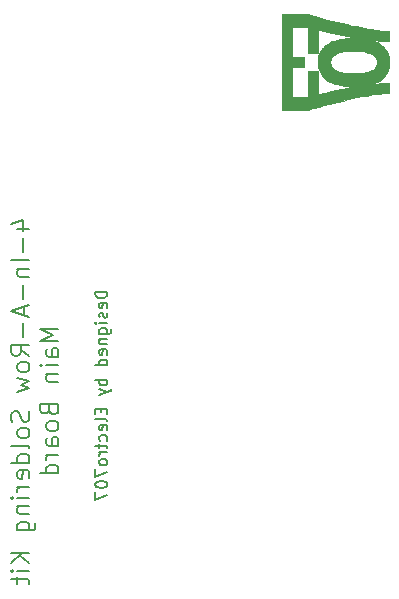
<source format=gbr>
G04 #@! TF.GenerationSoftware,KiCad,Pcbnew,(5.99.0-9618-g5ca7a2c457)*
G04 #@! TF.CreationDate,2021-03-10T23:01:37-05:00*
G04 #@! TF.ProjectId,PCB,5043422e-6b69-4636-9164-5f7063625858,rev?*
G04 #@! TF.SameCoordinates,Original*
G04 #@! TF.FileFunction,Legend,Bot*
G04 #@! TF.FilePolarity,Positive*
%FSLAX46Y46*%
G04 Gerber Fmt 4.6, Leading zero omitted, Abs format (unit mm)*
G04 Created by KiCad (PCBNEW (5.99.0-9618-g5ca7a2c457)) date 2021-03-10 23:01:37*
%MOMM*%
%LPD*%
G01*
G04 APERTURE LIST*
%ADD10C,0.150000*%
%ADD11C,0.190500*%
%ADD12C,0.010000*%
G04 APERTURE END LIST*
D10*
X136850380Y-107062095D02*
X135850380Y-107062095D01*
X135850380Y-107300190D01*
X135898000Y-107443047D01*
X135993238Y-107538285D01*
X136088476Y-107585904D01*
X136278952Y-107633523D01*
X136421809Y-107633523D01*
X136612285Y-107585904D01*
X136707523Y-107538285D01*
X136802761Y-107443047D01*
X136850380Y-107300190D01*
X136850380Y-107062095D01*
X136802761Y-108443047D02*
X136850380Y-108347809D01*
X136850380Y-108157333D01*
X136802761Y-108062095D01*
X136707523Y-108014476D01*
X136326571Y-108014476D01*
X136231333Y-108062095D01*
X136183714Y-108157333D01*
X136183714Y-108347809D01*
X136231333Y-108443047D01*
X136326571Y-108490666D01*
X136421809Y-108490666D01*
X136517047Y-108014476D01*
X136802761Y-108871619D02*
X136850380Y-108966857D01*
X136850380Y-109157333D01*
X136802761Y-109252571D01*
X136707523Y-109300190D01*
X136659904Y-109300190D01*
X136564666Y-109252571D01*
X136517047Y-109157333D01*
X136517047Y-109014476D01*
X136469428Y-108919238D01*
X136374190Y-108871619D01*
X136326571Y-108871619D01*
X136231333Y-108919238D01*
X136183714Y-109014476D01*
X136183714Y-109157333D01*
X136231333Y-109252571D01*
X136850380Y-109728761D02*
X136183714Y-109728761D01*
X135850380Y-109728761D02*
X135898000Y-109681142D01*
X135945619Y-109728761D01*
X135898000Y-109776380D01*
X135850380Y-109728761D01*
X135945619Y-109728761D01*
X136183714Y-110633523D02*
X136993238Y-110633523D01*
X137088476Y-110585904D01*
X137136095Y-110538285D01*
X137183714Y-110443047D01*
X137183714Y-110300190D01*
X137136095Y-110204952D01*
X136802761Y-110633523D02*
X136850380Y-110538285D01*
X136850380Y-110347809D01*
X136802761Y-110252571D01*
X136755142Y-110204952D01*
X136659904Y-110157333D01*
X136374190Y-110157333D01*
X136278952Y-110204952D01*
X136231333Y-110252571D01*
X136183714Y-110347809D01*
X136183714Y-110538285D01*
X136231333Y-110633523D01*
X136183714Y-111109714D02*
X136850380Y-111109714D01*
X136278952Y-111109714D02*
X136231333Y-111157333D01*
X136183714Y-111252571D01*
X136183714Y-111395428D01*
X136231333Y-111490666D01*
X136326571Y-111538285D01*
X136850380Y-111538285D01*
X136802761Y-112395428D02*
X136850380Y-112300190D01*
X136850380Y-112109714D01*
X136802761Y-112014476D01*
X136707523Y-111966857D01*
X136326571Y-111966857D01*
X136231333Y-112014476D01*
X136183714Y-112109714D01*
X136183714Y-112300190D01*
X136231333Y-112395428D01*
X136326571Y-112443047D01*
X136421809Y-112443047D01*
X136517047Y-111966857D01*
X136850380Y-113300190D02*
X135850380Y-113300190D01*
X136802761Y-113300190D02*
X136850380Y-113204952D01*
X136850380Y-113014476D01*
X136802761Y-112919238D01*
X136755142Y-112871619D01*
X136659904Y-112824000D01*
X136374190Y-112824000D01*
X136278952Y-112871619D01*
X136231333Y-112919238D01*
X136183714Y-113014476D01*
X136183714Y-113204952D01*
X136231333Y-113300190D01*
X136850380Y-114538285D02*
X135850380Y-114538285D01*
X136231333Y-114538285D02*
X136183714Y-114633523D01*
X136183714Y-114824000D01*
X136231333Y-114919238D01*
X136278952Y-114966857D01*
X136374190Y-115014476D01*
X136659904Y-115014476D01*
X136755142Y-114966857D01*
X136802761Y-114919238D01*
X136850380Y-114824000D01*
X136850380Y-114633523D01*
X136802761Y-114538285D01*
X136183714Y-115347809D02*
X136850380Y-115585904D01*
X136183714Y-115824000D02*
X136850380Y-115585904D01*
X137088476Y-115490666D01*
X137136095Y-115443047D01*
X137183714Y-115347809D01*
X136326571Y-116966857D02*
X136326571Y-117300190D01*
X136850380Y-117443047D02*
X136850380Y-116966857D01*
X135850380Y-116966857D01*
X135850380Y-117443047D01*
X136850380Y-118014476D02*
X136802761Y-117919238D01*
X136707523Y-117871619D01*
X135850380Y-117871619D01*
X136802761Y-118776380D02*
X136850380Y-118681142D01*
X136850380Y-118490666D01*
X136802761Y-118395428D01*
X136707523Y-118347809D01*
X136326571Y-118347809D01*
X136231333Y-118395428D01*
X136183714Y-118490666D01*
X136183714Y-118681142D01*
X136231333Y-118776380D01*
X136326571Y-118824000D01*
X136421809Y-118824000D01*
X136517047Y-118347809D01*
X136802761Y-119681142D02*
X136850380Y-119585904D01*
X136850380Y-119395428D01*
X136802761Y-119300190D01*
X136755142Y-119252571D01*
X136659904Y-119204952D01*
X136374190Y-119204952D01*
X136278952Y-119252571D01*
X136231333Y-119300190D01*
X136183714Y-119395428D01*
X136183714Y-119585904D01*
X136231333Y-119681142D01*
X136183714Y-119966857D02*
X136183714Y-120347809D01*
X135850380Y-120109714D02*
X136707523Y-120109714D01*
X136802761Y-120157333D01*
X136850380Y-120252571D01*
X136850380Y-120347809D01*
X136850380Y-120681142D02*
X136183714Y-120681142D01*
X136374190Y-120681142D02*
X136278952Y-120728761D01*
X136231333Y-120776380D01*
X136183714Y-120871619D01*
X136183714Y-120966857D01*
X136850380Y-121443047D02*
X136802761Y-121347809D01*
X136755142Y-121300190D01*
X136659904Y-121252571D01*
X136374190Y-121252571D01*
X136278952Y-121300190D01*
X136231333Y-121347809D01*
X136183714Y-121443047D01*
X136183714Y-121585904D01*
X136231333Y-121681142D01*
X136278952Y-121728761D01*
X136374190Y-121776380D01*
X136659904Y-121776380D01*
X136755142Y-121728761D01*
X136802761Y-121681142D01*
X136850380Y-121585904D01*
X136850380Y-121443047D01*
X135850380Y-122109714D02*
X135850380Y-122776380D01*
X136850380Y-122347809D01*
X135850380Y-123347809D02*
X135850380Y-123443047D01*
X135898000Y-123538285D01*
X135945619Y-123585904D01*
X136040857Y-123633523D01*
X136231333Y-123681142D01*
X136469428Y-123681142D01*
X136659904Y-123633523D01*
X136755142Y-123585904D01*
X136802761Y-123538285D01*
X136850380Y-123443047D01*
X136850380Y-123347809D01*
X136802761Y-123252571D01*
X136755142Y-123204952D01*
X136659904Y-123157333D01*
X136469428Y-123109714D01*
X136231333Y-123109714D01*
X136040857Y-123157333D01*
X135945619Y-123204952D01*
X135898000Y-123252571D01*
X135850380Y-123347809D01*
X135850380Y-124014476D02*
X135850380Y-124681142D01*
X136850380Y-124252571D01*
D11*
X129256608Y-101745142D02*
X130272608Y-101745142D01*
X128676037Y-101382285D02*
X129764608Y-101019428D01*
X129764608Y-101962857D01*
X129692037Y-102543428D02*
X129692037Y-103704571D01*
X130272608Y-104430285D02*
X128748608Y-104430285D01*
X129256608Y-105156000D02*
X130272608Y-105156000D01*
X129401751Y-105156000D02*
X129329180Y-105228571D01*
X129256608Y-105373714D01*
X129256608Y-105591428D01*
X129329180Y-105736571D01*
X129474322Y-105809142D01*
X130272608Y-105809142D01*
X129692037Y-106534857D02*
X129692037Y-107696000D01*
X129837180Y-108349142D02*
X129837180Y-109074857D01*
X130272608Y-108204000D02*
X128748608Y-108712000D01*
X130272608Y-109220000D01*
X129692037Y-109728000D02*
X129692037Y-110889142D01*
X130272608Y-112485714D02*
X129546894Y-111977714D01*
X130272608Y-111614857D02*
X128748608Y-111614857D01*
X128748608Y-112195428D01*
X128821180Y-112340571D01*
X128893751Y-112413142D01*
X129038894Y-112485714D01*
X129256608Y-112485714D01*
X129401751Y-112413142D01*
X129474322Y-112340571D01*
X129546894Y-112195428D01*
X129546894Y-111614857D01*
X130272608Y-113356571D02*
X130200037Y-113211428D01*
X130127465Y-113138857D01*
X129982322Y-113066285D01*
X129546894Y-113066285D01*
X129401751Y-113138857D01*
X129329180Y-113211428D01*
X129256608Y-113356571D01*
X129256608Y-113574285D01*
X129329180Y-113719428D01*
X129401751Y-113792000D01*
X129546894Y-113864571D01*
X129982322Y-113864571D01*
X130127465Y-113792000D01*
X130200037Y-113719428D01*
X130272608Y-113574285D01*
X130272608Y-113356571D01*
X129256608Y-114372571D02*
X130272608Y-114662857D01*
X129546894Y-114953142D01*
X130272608Y-115243428D01*
X129256608Y-115533714D01*
X130200037Y-117202857D02*
X130272608Y-117420571D01*
X130272608Y-117783428D01*
X130200037Y-117928571D01*
X130127465Y-118001142D01*
X129982322Y-118073714D01*
X129837180Y-118073714D01*
X129692037Y-118001142D01*
X129619465Y-117928571D01*
X129546894Y-117783428D01*
X129474322Y-117493142D01*
X129401751Y-117348000D01*
X129329180Y-117275428D01*
X129184037Y-117202857D01*
X129038894Y-117202857D01*
X128893751Y-117275428D01*
X128821180Y-117348000D01*
X128748608Y-117493142D01*
X128748608Y-117856000D01*
X128821180Y-118073714D01*
X130272608Y-118944571D02*
X130200037Y-118799428D01*
X130127465Y-118726857D01*
X129982322Y-118654285D01*
X129546894Y-118654285D01*
X129401751Y-118726857D01*
X129329180Y-118799428D01*
X129256608Y-118944571D01*
X129256608Y-119162285D01*
X129329180Y-119307428D01*
X129401751Y-119380000D01*
X129546894Y-119452571D01*
X129982322Y-119452571D01*
X130127465Y-119380000D01*
X130200037Y-119307428D01*
X130272608Y-119162285D01*
X130272608Y-118944571D01*
X130272608Y-120323428D02*
X130200037Y-120178285D01*
X130054894Y-120105714D01*
X128748608Y-120105714D01*
X130272608Y-121557142D02*
X128748608Y-121557142D01*
X130200037Y-121557142D02*
X130272608Y-121412000D01*
X130272608Y-121121714D01*
X130200037Y-120976571D01*
X130127465Y-120904000D01*
X129982322Y-120831428D01*
X129546894Y-120831428D01*
X129401751Y-120904000D01*
X129329180Y-120976571D01*
X129256608Y-121121714D01*
X129256608Y-121412000D01*
X129329180Y-121557142D01*
X130200037Y-122863428D02*
X130272608Y-122718285D01*
X130272608Y-122428000D01*
X130200037Y-122282857D01*
X130054894Y-122210285D01*
X129474322Y-122210285D01*
X129329180Y-122282857D01*
X129256608Y-122428000D01*
X129256608Y-122718285D01*
X129329180Y-122863428D01*
X129474322Y-122936000D01*
X129619465Y-122936000D01*
X129764608Y-122210285D01*
X130272608Y-123589142D02*
X129256608Y-123589142D01*
X129546894Y-123589142D02*
X129401751Y-123661714D01*
X129329180Y-123734285D01*
X129256608Y-123879428D01*
X129256608Y-124024571D01*
X130272608Y-124532571D02*
X129256608Y-124532571D01*
X128748608Y-124532571D02*
X128821180Y-124460000D01*
X128893751Y-124532571D01*
X128821180Y-124605142D01*
X128748608Y-124532571D01*
X128893751Y-124532571D01*
X129256608Y-125258285D02*
X130272608Y-125258285D01*
X129401751Y-125258285D02*
X129329180Y-125330857D01*
X129256608Y-125476000D01*
X129256608Y-125693714D01*
X129329180Y-125838857D01*
X129474322Y-125911428D01*
X130272608Y-125911428D01*
X129256608Y-127290285D02*
X130490322Y-127290285D01*
X130635465Y-127217714D01*
X130708037Y-127145142D01*
X130780608Y-127000000D01*
X130780608Y-126782285D01*
X130708037Y-126637142D01*
X130200037Y-127290285D02*
X130272608Y-127145142D01*
X130272608Y-126854857D01*
X130200037Y-126709714D01*
X130127465Y-126637142D01*
X129982322Y-126564571D01*
X129546894Y-126564571D01*
X129401751Y-126637142D01*
X129329180Y-126709714D01*
X129256608Y-126854857D01*
X129256608Y-127145142D01*
X129329180Y-127290285D01*
X130272608Y-129177142D02*
X128748608Y-129177142D01*
X130272608Y-130048000D02*
X129401751Y-129394857D01*
X128748608Y-130048000D02*
X129619465Y-129177142D01*
X130272608Y-130701142D02*
X129256608Y-130701142D01*
X128748608Y-130701142D02*
X128821180Y-130628571D01*
X128893751Y-130701142D01*
X128821180Y-130773714D01*
X128748608Y-130701142D01*
X128893751Y-130701142D01*
X129256608Y-131209142D02*
X129256608Y-131789714D01*
X128748608Y-131426857D02*
X130054894Y-131426857D01*
X130200037Y-131499428D01*
X130272608Y-131644571D01*
X130272608Y-131789714D01*
X132726248Y-110199714D02*
X131202248Y-110199714D01*
X132290820Y-110707714D01*
X131202248Y-111215714D01*
X132726248Y-111215714D01*
X132726248Y-112594571D02*
X131927962Y-112594571D01*
X131782820Y-112522000D01*
X131710248Y-112376857D01*
X131710248Y-112086571D01*
X131782820Y-111941428D01*
X132653677Y-112594571D02*
X132726248Y-112449428D01*
X132726248Y-112086571D01*
X132653677Y-111941428D01*
X132508534Y-111868857D01*
X132363391Y-111868857D01*
X132218248Y-111941428D01*
X132145677Y-112086571D01*
X132145677Y-112449428D01*
X132073105Y-112594571D01*
X132726248Y-113320285D02*
X131710248Y-113320285D01*
X131202248Y-113320285D02*
X131274820Y-113247714D01*
X131347391Y-113320285D01*
X131274820Y-113392857D01*
X131202248Y-113320285D01*
X131347391Y-113320285D01*
X131710248Y-114046000D02*
X132726248Y-114046000D01*
X131855391Y-114046000D02*
X131782820Y-114118571D01*
X131710248Y-114263714D01*
X131710248Y-114481428D01*
X131782820Y-114626571D01*
X131927962Y-114699142D01*
X132726248Y-114699142D01*
X131927962Y-117093999D02*
X132000534Y-117311714D01*
X132073105Y-117384285D01*
X132218248Y-117456857D01*
X132435962Y-117456857D01*
X132581105Y-117384285D01*
X132653677Y-117311714D01*
X132726248Y-117166571D01*
X132726248Y-116585999D01*
X131202248Y-116585999D01*
X131202248Y-117093999D01*
X131274820Y-117239142D01*
X131347391Y-117311714D01*
X131492534Y-117384285D01*
X131637677Y-117384285D01*
X131782820Y-117311714D01*
X131855391Y-117239142D01*
X131927962Y-117093999D01*
X131927962Y-116585999D01*
X132726248Y-118327714D02*
X132653677Y-118182571D01*
X132581105Y-118109999D01*
X132435962Y-118037428D01*
X132000534Y-118037428D01*
X131855391Y-118109999D01*
X131782820Y-118182571D01*
X131710248Y-118327714D01*
X131710248Y-118545428D01*
X131782820Y-118690571D01*
X131855391Y-118763142D01*
X132000534Y-118835714D01*
X132435962Y-118835714D01*
X132581105Y-118763142D01*
X132653677Y-118690571D01*
X132726248Y-118545428D01*
X132726248Y-118327714D01*
X132726248Y-120141999D02*
X131927962Y-120141999D01*
X131782820Y-120069428D01*
X131710248Y-119924285D01*
X131710248Y-119633999D01*
X131782820Y-119488857D01*
X132653677Y-120141999D02*
X132726248Y-119996857D01*
X132726248Y-119633999D01*
X132653677Y-119488857D01*
X132508534Y-119416285D01*
X132363391Y-119416285D01*
X132218248Y-119488857D01*
X132145677Y-119633999D01*
X132145677Y-119996857D01*
X132073105Y-120141999D01*
X132726248Y-120867714D02*
X131710248Y-120867714D01*
X132000534Y-120867714D02*
X131855391Y-120940285D01*
X131782820Y-121012857D01*
X131710248Y-121157999D01*
X131710248Y-121303142D01*
X132726248Y-122464285D02*
X131202248Y-122464285D01*
X132653677Y-122464285D02*
X132726248Y-122319142D01*
X132726248Y-122028857D01*
X132653677Y-121883714D01*
X132581105Y-121811142D01*
X132435962Y-121738571D01*
X132000534Y-121738571D01*
X131855391Y-121811142D01*
X131782820Y-121883714D01*
X131710248Y-122028857D01*
X131710248Y-122319142D01*
X131782820Y-122464285D01*
D12*
X153923098Y-91660000D02*
X154034049Y-91624125D01*
X154034049Y-91624125D02*
X154125233Y-91595400D01*
X154125233Y-91595400D02*
X154233913Y-91562467D01*
X154233913Y-91562467D02*
X154358154Y-91525855D01*
X154358154Y-91525855D02*
X154496020Y-91486090D01*
X154496020Y-91486090D02*
X154645577Y-91443701D01*
X154645577Y-91443701D02*
X154804888Y-91399214D01*
X154804888Y-91399214D02*
X154972019Y-91353157D01*
X154972019Y-91353157D02*
X155145035Y-91306057D01*
X155145035Y-91306057D02*
X155321999Y-91258442D01*
X155321999Y-91258442D02*
X155500977Y-91210839D01*
X155500977Y-91210839D02*
X155680033Y-91163776D01*
X155680033Y-91163776D02*
X155857232Y-91117779D01*
X155857232Y-91117779D02*
X156030639Y-91073378D01*
X156030639Y-91073378D02*
X156198318Y-91031098D01*
X156198318Y-91031098D02*
X156329863Y-90998460D01*
X156329863Y-90998460D02*
X156775364Y-90890847D01*
X156775364Y-90890847D02*
X157202800Y-90791725D01*
X157202800Y-90791725D02*
X157612212Y-90701087D01*
X157612212Y-90701087D02*
X158003638Y-90618928D01*
X158003638Y-90618928D02*
X158377121Y-90545239D01*
X158377121Y-90545239D02*
X158732698Y-90480014D01*
X158732698Y-90480014D02*
X159070410Y-90423247D01*
X159070410Y-90423247D02*
X159390298Y-90374929D01*
X159390298Y-90374929D02*
X159692400Y-90335054D01*
X159692400Y-90335054D02*
X159976758Y-90303615D01*
X159976758Y-90303615D02*
X160243410Y-90280605D01*
X160243410Y-90280605D02*
X160492397Y-90266017D01*
X160492397Y-90266017D02*
X160547500Y-90263840D01*
X160547500Y-90263840D02*
X160740000Y-90256965D01*
X160740000Y-90256965D02*
X160740000Y-89400000D01*
X160740000Y-89400000D02*
X160607500Y-89400095D01*
X160607500Y-89400095D02*
X160467937Y-89402067D01*
X160467937Y-89402067D02*
X160312211Y-89407819D01*
X160312211Y-89407819D02*
X160139785Y-89417391D01*
X160139785Y-89417391D02*
X159950121Y-89430822D01*
X159950121Y-89430822D02*
X159742682Y-89448151D01*
X159742682Y-89448151D02*
X159516933Y-89469418D01*
X159516933Y-89469418D02*
X159272335Y-89494662D01*
X159272335Y-89494662D02*
X159174338Y-89505305D01*
X159174338Y-89505305D02*
X159160412Y-89505751D01*
X159160412Y-89505751D02*
X159163159Y-89502050D01*
X159163159Y-89502050D02*
X159183271Y-89493910D01*
X159183271Y-89493910D02*
X159221440Y-89481043D01*
X159221440Y-89481043D02*
X159265000Y-89467286D01*
X159265000Y-89467286D02*
X159479156Y-89393270D01*
X159479156Y-89393270D02*
X159675994Y-89309456D01*
X159675994Y-89309456D02*
X159855714Y-89215694D01*
X159855714Y-89215694D02*
X160018517Y-89111830D01*
X160018517Y-89111830D02*
X160164605Y-88997716D01*
X160164605Y-88997716D02*
X160294177Y-88873198D01*
X160294177Y-88873198D02*
X160407436Y-88738127D01*
X160407436Y-88738127D02*
X160504581Y-88592351D01*
X160504581Y-88592351D02*
X160557574Y-88495000D01*
X160557574Y-88495000D02*
X160617921Y-88360767D01*
X160617921Y-88360767D02*
X160665420Y-88223468D01*
X160665420Y-88223468D02*
X160700709Y-88080079D01*
X160700709Y-88080079D02*
X160724425Y-87927576D01*
X160724425Y-87927576D02*
X160737206Y-87762935D01*
X160737206Y-87762935D02*
X160740000Y-87629999D01*
X160740000Y-87629999D02*
X160734963Y-87454038D01*
X160734963Y-87454038D02*
X160719433Y-87292486D01*
X160719433Y-87292486D02*
X160692779Y-87142355D01*
X160692779Y-87142355D02*
X160654371Y-87000655D01*
X160654371Y-87000655D02*
X160603578Y-86864398D01*
X160603578Y-86864398D02*
X160557596Y-86765211D01*
X160557596Y-86765211D02*
X160506907Y-86670400D01*
X160506907Y-86670400D02*
X160454411Y-86585997D01*
X160454411Y-86585997D02*
X160396196Y-86506619D01*
X160396196Y-86506619D02*
X160328349Y-86426881D01*
X160328349Y-86426881D02*
X160256981Y-86351540D01*
X160256981Y-86351540D02*
X160130550Y-86235039D01*
X160130550Y-86235039D02*
X159990359Y-86128760D01*
X159990359Y-86128760D02*
X159835460Y-86032172D01*
X159835460Y-86032172D02*
X159664908Y-85944742D01*
X159664908Y-85944742D02*
X159477759Y-85865938D01*
X159477759Y-85865938D02*
X159273066Y-85795226D01*
X159273066Y-85795226D02*
X159265000Y-85792713D01*
X159265000Y-85792713D02*
X159212020Y-85775889D01*
X159212020Y-85775889D02*
X159177647Y-85764025D01*
X159177647Y-85764025D02*
X159161188Y-85756828D01*
X159161188Y-85756828D02*
X159161950Y-85754009D01*
X159161950Y-85754009D02*
X159174338Y-85754694D01*
X159174338Y-85754694D02*
X159426239Y-85781460D01*
X159426239Y-85781460D02*
X159659087Y-85804233D01*
X159659087Y-85804233D02*
X159873421Y-85823054D01*
X159873421Y-85823054D02*
X160069775Y-85837961D01*
X160069775Y-85837961D02*
X160248688Y-85848995D01*
X160248688Y-85848995D02*
X160410697Y-85856194D01*
X160410697Y-85856194D02*
X160556338Y-85859597D01*
X160556338Y-85859597D02*
X160607500Y-85859904D01*
X160607500Y-85859904D02*
X160740000Y-85860000D01*
X160740000Y-85860000D02*
X160740000Y-85000000D01*
X160740000Y-85000000D02*
X160657500Y-84999854D01*
X160657500Y-84999854D02*
X160600873Y-84998848D01*
X160600873Y-84998848D02*
X160528513Y-84996159D01*
X160528513Y-84996159D02*
X160444593Y-84992034D01*
X160444593Y-84992034D02*
X160353288Y-84986719D01*
X160353288Y-84986719D02*
X160258772Y-84980462D01*
X160258772Y-84980462D02*
X160165217Y-84973507D01*
X160165217Y-84973507D02*
X160076798Y-84966103D01*
X160076798Y-84966103D02*
X160060000Y-84964580D01*
X160060000Y-84964580D02*
X159797973Y-84937378D01*
X159797973Y-84937378D02*
X159518300Y-84902376D01*
X159518300Y-84902376D02*
X159221688Y-84859718D01*
X159221688Y-84859718D02*
X159100000Y-84840204D01*
X159100000Y-84840204D02*
X159100000Y-85740000D01*
X159100000Y-85740000D02*
X159108231Y-85743658D01*
X159108231Y-85743658D02*
X159106666Y-85746666D01*
X159106666Y-85746666D02*
X159094799Y-85747863D01*
X159094799Y-85747863D02*
X159093333Y-85746666D01*
X159093333Y-85746666D02*
X159094706Y-85740721D01*
X159094706Y-85740721D02*
X159100000Y-85740000D01*
X159100000Y-85740000D02*
X159100000Y-84840204D01*
X159100000Y-84840204D02*
X158908846Y-84809550D01*
X158908846Y-84809550D02*
X158580481Y-84752017D01*
X158580481Y-84752017D02*
X158237300Y-84687264D01*
X158237300Y-84687264D02*
X157880012Y-84615438D01*
X157880012Y-84615438D02*
X157509323Y-84536682D01*
X157509323Y-84536682D02*
X157125942Y-84451143D01*
X157125942Y-84451143D02*
X156730576Y-84358966D01*
X156730576Y-84358966D02*
X156323934Y-84260296D01*
X156323934Y-84260296D02*
X155906721Y-84155277D01*
X155906721Y-84155277D02*
X155479647Y-84044057D01*
X155479647Y-84044057D02*
X155160000Y-83958475D01*
X155160000Y-83958475D02*
X155058491Y-83930785D01*
X155058491Y-83930785D02*
X154949527Y-83900695D01*
X154949527Y-83900695D02*
X154835706Y-83868951D01*
X154835706Y-83868951D02*
X154719626Y-83836295D01*
X154719626Y-83836295D02*
X154603888Y-83803472D01*
X154603888Y-83803472D02*
X154491090Y-83771225D01*
X154491090Y-83771225D02*
X154383832Y-83740298D01*
X154383832Y-83740298D02*
X154284711Y-83711436D01*
X154284711Y-83711436D02*
X154196327Y-83685381D01*
X154196327Y-83685381D02*
X154121280Y-83662879D01*
X154121280Y-83662879D02*
X154062168Y-83644673D01*
X154062168Y-83644673D02*
X154048230Y-83640256D01*
X154048230Y-83640256D02*
X153922308Y-83599999D01*
X153922308Y-83599999D02*
X152801154Y-83599999D01*
X152801154Y-83599999D02*
X152540000Y-83599999D01*
X152540000Y-83599999D02*
X152540000Y-84660000D01*
X152540000Y-84660000D02*
X153880000Y-84660000D01*
X153880000Y-84660000D02*
X153880000Y-86860000D01*
X153880000Y-86860000D02*
X154740000Y-86860000D01*
X154740000Y-86860000D02*
X154740000Y-84873397D01*
X154740000Y-84873397D02*
X154857500Y-84907373D01*
X154857500Y-84907373D02*
X154982586Y-84942408D01*
X154982586Y-84942408D02*
X155125379Y-84980367D01*
X155125379Y-84980367D02*
X155283876Y-85020783D01*
X155283876Y-85020783D02*
X155456073Y-85063186D01*
X155456073Y-85063186D02*
X155639966Y-85107110D01*
X155639966Y-85107110D02*
X155833553Y-85152087D01*
X155833553Y-85152087D02*
X156034829Y-85197648D01*
X156034829Y-85197648D02*
X156241792Y-85243325D01*
X156241792Y-85243325D02*
X156452437Y-85288652D01*
X156452437Y-85288652D02*
X156664763Y-85333160D01*
X156664763Y-85333160D02*
X156795000Y-85359860D01*
X156795000Y-85359860D02*
X156875895Y-85376059D01*
X156875895Y-85376059D02*
X156969609Y-85394417D01*
X156969609Y-85394417D02*
X157073321Y-85414413D01*
X157073321Y-85414413D02*
X157184207Y-85435523D01*
X157184207Y-85435523D02*
X157299446Y-85457226D01*
X157299446Y-85457226D02*
X157416216Y-85478998D01*
X157416216Y-85478998D02*
X157531695Y-85500319D01*
X157531695Y-85500319D02*
X157643060Y-85520665D01*
X157643060Y-85520665D02*
X157747491Y-85539514D01*
X157747491Y-85539514D02*
X157842163Y-85556344D01*
X157842163Y-85556344D02*
X157924256Y-85570632D01*
X157924256Y-85570632D02*
X157990948Y-85581857D01*
X157990948Y-85581857D02*
X158017500Y-85586135D01*
X158017500Y-85586135D02*
X158061995Y-85593198D01*
X158061995Y-85593198D02*
X158098179Y-85599029D01*
X158098179Y-85599029D02*
X158122134Y-85602991D01*
X158122134Y-85602991D02*
X158130000Y-85604438D01*
X158130000Y-85604438D02*
X158120348Y-85604558D01*
X158120348Y-85604558D02*
X158092780Y-85604670D01*
X158092780Y-85604670D02*
X158049381Y-85604770D01*
X158049381Y-85604770D02*
X157992236Y-85604856D01*
X157992236Y-85604856D02*
X157923428Y-85604924D01*
X157923428Y-85604924D02*
X157845044Y-85604972D01*
X157845044Y-85604972D02*
X157759166Y-85604997D01*
X157759166Y-85604997D02*
X157717500Y-85605000D01*
X157717500Y-85605000D02*
X157662987Y-85605135D01*
X157662987Y-85605135D02*
X157662987Y-86666080D01*
X157662987Y-86666080D02*
X157769146Y-86666128D01*
X157769146Y-86666128D02*
X157873258Y-86667017D01*
X157873258Y-86667017D02*
X157971654Y-86668746D01*
X157971654Y-86668746D02*
X158060660Y-86671315D01*
X158060660Y-86671315D02*
X158136606Y-86674725D01*
X158136606Y-86674725D02*
X158190000Y-86678445D01*
X158190000Y-86678445D02*
X158412540Y-86703033D01*
X158412540Y-86703033D02*
X158617224Y-86736018D01*
X158617224Y-86736018D02*
X158804013Y-86777379D01*
X158804013Y-86777379D02*
X158972870Y-86827098D01*
X158972870Y-86827098D02*
X159123759Y-86885153D01*
X159123759Y-86885153D02*
X159256643Y-86951526D01*
X159256643Y-86951526D02*
X159371484Y-87026197D01*
X159371484Y-87026197D02*
X159468246Y-87109145D01*
X159468246Y-87109145D02*
X159546891Y-87200351D01*
X159546891Y-87200351D02*
X159607384Y-87299795D01*
X159607384Y-87299795D02*
X159649686Y-87407457D01*
X159649686Y-87407457D02*
X159665148Y-87469979D01*
X159665148Y-87469979D02*
X159675325Y-87546251D01*
X159675325Y-87546251D02*
X159678514Y-87631725D01*
X159678514Y-87631725D02*
X159674694Y-87716857D01*
X159674694Y-87716857D02*
X159665838Y-87782254D01*
X159665838Y-87782254D02*
X159634250Y-87895715D01*
X159634250Y-87895715D02*
X159584511Y-88000786D01*
X159584511Y-88000786D02*
X159516627Y-88097463D01*
X159516627Y-88097463D02*
X159430604Y-88185744D01*
X159430604Y-88185744D02*
X159326449Y-88265625D01*
X159326449Y-88265625D02*
X159204165Y-88337103D01*
X159204165Y-88337103D02*
X159100000Y-88383895D01*
X159100000Y-88383895D02*
X159100000Y-89510000D01*
X159100000Y-89510000D02*
X159108231Y-89513658D01*
X159108231Y-89513658D02*
X159106666Y-89516666D01*
X159106666Y-89516666D02*
X159094799Y-89517863D01*
X159094799Y-89517863D02*
X159093333Y-89516666D01*
X159093333Y-89516666D02*
X159094706Y-89510721D01*
X159094706Y-89510721D02*
X159100000Y-89510000D01*
X159100000Y-89510000D02*
X159100000Y-88383895D01*
X159100000Y-88383895D02*
X159063761Y-88400175D01*
X159063761Y-88400175D02*
X158905241Y-88454838D01*
X158905241Y-88454838D02*
X158728611Y-88501089D01*
X158728611Y-88501089D02*
X158533878Y-88538924D01*
X158533878Y-88538924D02*
X158321046Y-88568340D01*
X158321046Y-88568340D02*
X158190000Y-88581483D01*
X158190000Y-88581483D02*
X158128857Y-88585600D01*
X158128857Y-88585600D02*
X158051399Y-88588886D01*
X158051399Y-88588886D02*
X157961290Y-88591340D01*
X157961290Y-88591340D02*
X157862197Y-88592962D01*
X157862197Y-88592962D02*
X157757787Y-88593753D01*
X157757787Y-88593753D02*
X157651725Y-88593711D01*
X157651725Y-88593711D02*
X157547679Y-88592838D01*
X157547679Y-88592838D02*
X157449313Y-88591134D01*
X157449313Y-88591134D02*
X157360295Y-88588597D01*
X157360295Y-88588597D02*
X157284290Y-88585229D01*
X157284290Y-88585229D02*
X157230000Y-88581483D01*
X157230000Y-88581483D02*
X157008279Y-88557186D01*
X157008279Y-88557186D02*
X156804706Y-88524700D01*
X156804706Y-88524700D02*
X156619165Y-88483985D01*
X156619165Y-88483985D02*
X156451540Y-88435003D01*
X156451540Y-88435003D02*
X156301715Y-88377715D01*
X156301715Y-88377715D02*
X156169575Y-88312082D01*
X156169575Y-88312082D02*
X156055002Y-88238063D01*
X156055002Y-88238063D02*
X155957881Y-88155621D01*
X155957881Y-88155621D02*
X155953563Y-88151359D01*
X155953563Y-88151359D02*
X155874424Y-88059867D01*
X155874424Y-88059867D02*
X155813720Y-87960893D01*
X155813720Y-87960893D02*
X155771241Y-87853931D01*
X155771241Y-87853931D02*
X155746782Y-87738475D01*
X155746782Y-87738475D02*
X155740000Y-87630000D01*
X155740000Y-87630000D02*
X155749076Y-87506149D01*
X155749076Y-87506149D02*
X155776305Y-87390692D01*
X155776305Y-87390692D02*
X155821687Y-87283631D01*
X155821687Y-87283631D02*
X155885221Y-87184965D01*
X155885221Y-87184965D02*
X155966908Y-87094694D01*
X155966908Y-87094694D02*
X156066747Y-87012818D01*
X156066747Y-87012818D02*
X156184738Y-86939337D01*
X156184738Y-86939337D02*
X156320881Y-86874251D01*
X156320881Y-86874251D02*
X156475176Y-86817561D01*
X156475176Y-86817561D02*
X156647622Y-86769267D01*
X156647622Y-86769267D02*
X156838220Y-86729368D01*
X156838220Y-86729368D02*
X157046969Y-86697864D01*
X157046969Y-86697864D02*
X157230000Y-86678445D01*
X157230000Y-86678445D02*
X157291318Y-86674291D01*
X157291318Y-86674291D02*
X157368947Y-86670978D01*
X157368947Y-86670978D02*
X157459216Y-86668505D01*
X157459216Y-86668505D02*
X157558453Y-86666872D01*
X157558453Y-86666872D02*
X157662987Y-86666080D01*
X157662987Y-86666080D02*
X157662987Y-85605135D01*
X157662987Y-85605135D02*
X157585190Y-85605330D01*
X157585190Y-85605330D02*
X157469468Y-85606449D01*
X157469468Y-85606449D02*
X157366930Y-85608548D01*
X157366930Y-85608548D02*
X157274173Y-85611817D01*
X157274173Y-85611817D02*
X157187792Y-85616449D01*
X157187792Y-85616449D02*
X157104385Y-85622633D01*
X157104385Y-85622633D02*
X157020548Y-85630561D01*
X157020548Y-85630561D02*
X156932877Y-85640424D01*
X156932877Y-85640424D02*
X156837969Y-85652414D01*
X156837969Y-85652414D02*
X156812281Y-85655824D01*
X156812281Y-85655824D02*
X156557226Y-85696767D01*
X156557226Y-85696767D02*
X156317419Y-85749266D01*
X156317419Y-85749266D02*
X156093092Y-85813236D01*
X156093092Y-85813236D02*
X155884480Y-85888590D01*
X155884480Y-85888590D02*
X155691817Y-85975242D01*
X155691817Y-85975242D02*
X155515336Y-86073107D01*
X155515336Y-86073107D02*
X155355273Y-86182098D01*
X155355273Y-86182098D02*
X155333493Y-86198779D01*
X155333493Y-86198779D02*
X155282508Y-86240896D01*
X155282508Y-86240896D02*
X155225566Y-86291997D01*
X155225566Y-86291997D02*
X155167299Y-86347577D01*
X155167299Y-86347577D02*
X155112336Y-86403130D01*
X155112336Y-86403130D02*
X155065306Y-86454150D01*
X155065306Y-86454150D02*
X155039390Y-86485000D01*
X155039390Y-86485000D02*
X154938461Y-86628358D01*
X154938461Y-86628358D02*
X154853296Y-86783346D01*
X154853296Y-86783346D02*
X154784423Y-86948641D01*
X154784423Y-86948641D02*
X154732368Y-87122918D01*
X154732368Y-87122918D02*
X154697656Y-87304856D01*
X154697656Y-87304856D02*
X154690554Y-87362105D01*
X154690554Y-87362105D02*
X154685551Y-87424858D01*
X154685551Y-87424858D02*
X154682225Y-87501819D01*
X154682225Y-87501819D02*
X154680575Y-87587271D01*
X154680575Y-87587271D02*
X154680601Y-87675493D01*
X154680601Y-87675493D02*
X154682304Y-87760764D01*
X154682304Y-87760764D02*
X154685683Y-87837365D01*
X154685683Y-87837365D02*
X154690554Y-87897894D01*
X154690554Y-87897894D02*
X154720162Y-88085323D01*
X154720162Y-88085323D02*
X154767089Y-88262865D01*
X154767089Y-88262865D02*
X154831195Y-88430394D01*
X154831195Y-88430394D02*
X154912344Y-88587785D01*
X154912344Y-88587785D02*
X155010398Y-88734914D01*
X155010398Y-88734914D02*
X155125218Y-88871655D01*
X155125218Y-88871655D02*
X155256668Y-88997882D01*
X155256668Y-88997882D02*
X155404610Y-89113472D01*
X155404610Y-89113472D02*
X155568905Y-89218299D01*
X155568905Y-89218299D02*
X155749416Y-89312237D01*
X155749416Y-89312237D02*
X155946005Y-89395162D01*
X155946005Y-89395162D02*
X156158536Y-89466949D01*
X156158536Y-89466949D02*
X156386869Y-89527472D01*
X156386869Y-89527472D02*
X156515000Y-89555090D01*
X156515000Y-89555090D02*
X156645821Y-89579687D01*
X156645821Y-89579687D02*
X156772702Y-89600269D01*
X156772702Y-89600269D02*
X156898854Y-89617103D01*
X156898854Y-89617103D02*
X157027493Y-89630459D01*
X157027493Y-89630459D02*
X157161829Y-89640603D01*
X157161829Y-89640603D02*
X157305077Y-89647806D01*
X157305077Y-89647806D02*
X157460449Y-89652333D01*
X157460449Y-89652333D02*
X157631159Y-89654455D01*
X157631159Y-89654455D02*
X157708048Y-89654693D01*
X157708048Y-89654693D02*
X158131096Y-89655000D01*
X158131096Y-89655000D02*
X158023048Y-89672644D01*
X158023048Y-89672644D02*
X157841786Y-89703089D01*
X157841786Y-89703089D02*
X157649962Y-89736879D01*
X157649962Y-89736879D02*
X157449519Y-89773598D01*
X157449519Y-89773598D02*
X157242401Y-89812829D01*
X157242401Y-89812829D02*
X157030550Y-89854155D01*
X157030550Y-89854155D02*
X156815908Y-89897160D01*
X156815908Y-89897160D02*
X156600420Y-89941428D01*
X156600420Y-89941428D02*
X156386027Y-89986540D01*
X156386027Y-89986540D02*
X156174673Y-90032082D01*
X156174673Y-90032082D02*
X155968300Y-90077636D01*
X155968300Y-90077636D02*
X155768852Y-90122785D01*
X155768852Y-90122785D02*
X155578271Y-90167113D01*
X155578271Y-90167113D02*
X155398500Y-90210204D01*
X155398500Y-90210204D02*
X155231483Y-90251639D01*
X155231483Y-90251639D02*
X155079161Y-90291004D01*
X155079161Y-90291004D02*
X154943479Y-90327880D01*
X154943479Y-90327880D02*
X154870746Y-90348673D01*
X154870746Y-90348673D02*
X154740000Y-90386892D01*
X154740000Y-90386892D02*
X154740000Y-88400000D01*
X154740000Y-88400000D02*
X153880000Y-88400000D01*
X153880000Y-88400000D02*
X153880000Y-90600000D01*
X153880000Y-90600000D02*
X152540000Y-90600000D01*
X152540000Y-90600000D02*
X152540000Y-88060000D01*
X152540000Y-88060000D02*
X153540000Y-88060000D01*
X153540000Y-88060000D02*
X153540000Y-87200000D01*
X153540000Y-87200000D02*
X152540000Y-87200000D01*
X152540000Y-87200000D02*
X152540000Y-84660000D01*
X152540000Y-84660000D02*
X152540000Y-83599999D01*
X152540000Y-83599999D02*
X151680000Y-83600000D01*
X151680000Y-83600000D02*
X151680000Y-91660000D01*
X151680000Y-91660000D02*
X153923098Y-91660000D01*
X153923098Y-91660000D02*
X153923098Y-91660000D01*
G36*
X159518300Y-84902376D02*
G01*
X159797973Y-84937378D01*
X160060000Y-84964580D01*
X160076798Y-84966103D01*
X160165217Y-84973507D01*
X160258772Y-84980462D01*
X160353288Y-84986719D01*
X160444593Y-84992034D01*
X160528513Y-84996159D01*
X160600873Y-84998848D01*
X160657500Y-84999854D01*
X160740000Y-85000000D01*
X160740000Y-85860000D01*
X160607500Y-85859904D01*
X160556338Y-85859597D01*
X160410697Y-85856194D01*
X160248688Y-85848995D01*
X160069775Y-85837961D01*
X159873421Y-85823054D01*
X159659087Y-85804233D01*
X159426239Y-85781460D01*
X159174338Y-85754694D01*
X159161950Y-85754009D01*
X159161188Y-85756828D01*
X159177647Y-85764025D01*
X159212020Y-85775889D01*
X159265000Y-85792713D01*
X159273066Y-85795226D01*
X159477759Y-85865938D01*
X159664908Y-85944742D01*
X159835460Y-86032172D01*
X159990359Y-86128760D01*
X160130550Y-86235039D01*
X160256981Y-86351540D01*
X160328349Y-86426881D01*
X160396196Y-86506619D01*
X160454411Y-86585997D01*
X160506907Y-86670400D01*
X160557596Y-86765211D01*
X160603578Y-86864398D01*
X160654371Y-87000655D01*
X160692779Y-87142355D01*
X160719433Y-87292486D01*
X160734963Y-87454038D01*
X160740000Y-87629999D01*
X160737206Y-87762935D01*
X160724425Y-87927576D01*
X160700709Y-88080079D01*
X160665420Y-88223468D01*
X160617921Y-88360767D01*
X160557574Y-88495000D01*
X160504581Y-88592351D01*
X160407436Y-88738127D01*
X160294177Y-88873198D01*
X160164605Y-88997716D01*
X160018517Y-89111830D01*
X159855714Y-89215694D01*
X159675994Y-89309456D01*
X159479156Y-89393270D01*
X159265000Y-89467286D01*
X159221440Y-89481043D01*
X159183271Y-89493910D01*
X159163159Y-89502050D01*
X159160412Y-89505751D01*
X159174338Y-89505305D01*
X159272335Y-89494662D01*
X159516933Y-89469418D01*
X159742682Y-89448151D01*
X159950121Y-89430822D01*
X160139785Y-89417391D01*
X160312211Y-89407819D01*
X160467937Y-89402067D01*
X160607500Y-89400095D01*
X160740000Y-89400000D01*
X160740000Y-90256965D01*
X160547500Y-90263840D01*
X160492397Y-90266017D01*
X160243410Y-90280605D01*
X159976758Y-90303615D01*
X159692400Y-90335054D01*
X159390298Y-90374929D01*
X159070410Y-90423247D01*
X158732698Y-90480014D01*
X158377121Y-90545239D01*
X158003638Y-90618928D01*
X157612212Y-90701087D01*
X157202800Y-90791725D01*
X156775364Y-90890847D01*
X156329863Y-90998460D01*
X156198318Y-91031098D01*
X156030639Y-91073378D01*
X155857232Y-91117779D01*
X155680033Y-91163776D01*
X155500977Y-91210839D01*
X155321999Y-91258442D01*
X155145035Y-91306057D01*
X154972019Y-91353157D01*
X154804888Y-91399214D01*
X154645577Y-91443701D01*
X154496020Y-91486090D01*
X154358154Y-91525855D01*
X154233913Y-91562467D01*
X154125233Y-91595400D01*
X154034049Y-91624125D01*
X153923098Y-91660000D01*
X151680000Y-91660000D01*
X151680000Y-88060000D01*
X152540000Y-88060000D01*
X152540000Y-90600000D01*
X153880000Y-90600000D01*
X153880000Y-88400000D01*
X154740000Y-88400000D01*
X154740000Y-90386892D01*
X154870746Y-90348673D01*
X154943479Y-90327880D01*
X155079161Y-90291004D01*
X155231483Y-90251639D01*
X155398500Y-90210204D01*
X155578271Y-90167113D01*
X155768852Y-90122785D01*
X155968300Y-90077636D01*
X156174673Y-90032082D01*
X156386027Y-89986540D01*
X156600420Y-89941428D01*
X156815908Y-89897160D01*
X157030550Y-89854155D01*
X157242401Y-89812829D01*
X157449519Y-89773598D01*
X157649962Y-89736879D01*
X157841786Y-89703089D01*
X158023048Y-89672644D01*
X158131096Y-89655000D01*
X157708048Y-89654693D01*
X157631159Y-89654455D01*
X157460449Y-89652333D01*
X157305077Y-89647806D01*
X157161829Y-89640603D01*
X157027493Y-89630459D01*
X156898854Y-89617103D01*
X156772702Y-89600269D01*
X156645821Y-89579687D01*
X156515000Y-89555090D01*
X156386869Y-89527472D01*
X156346102Y-89516666D01*
X159093333Y-89516666D01*
X159094799Y-89517863D01*
X159106666Y-89516666D01*
X159108231Y-89513658D01*
X159100000Y-89510000D01*
X159094706Y-89510721D01*
X159093333Y-89516666D01*
X156346102Y-89516666D01*
X156158536Y-89466949D01*
X155946005Y-89395162D01*
X155749416Y-89312237D01*
X155568905Y-89218299D01*
X155404610Y-89113472D01*
X155256668Y-88997882D01*
X155125218Y-88871655D01*
X155010398Y-88734914D01*
X154912344Y-88587785D01*
X154831195Y-88430394D01*
X154767089Y-88262865D01*
X154720162Y-88085323D01*
X154690554Y-87897894D01*
X154685683Y-87837365D01*
X154682304Y-87760764D01*
X154680601Y-87675493D01*
X154680588Y-87630000D01*
X155740000Y-87630000D01*
X155746782Y-87738475D01*
X155771241Y-87853931D01*
X155813720Y-87960893D01*
X155874424Y-88059867D01*
X155953563Y-88151359D01*
X155957881Y-88155621D01*
X156055002Y-88238063D01*
X156169575Y-88312082D01*
X156301715Y-88377715D01*
X156451540Y-88435003D01*
X156619165Y-88483985D01*
X156804706Y-88524700D01*
X157008279Y-88557186D01*
X157230000Y-88581483D01*
X157284290Y-88585229D01*
X157360295Y-88588597D01*
X157449313Y-88591134D01*
X157547679Y-88592838D01*
X157651725Y-88593711D01*
X157757787Y-88593753D01*
X157862197Y-88592962D01*
X157961290Y-88591340D01*
X158051399Y-88588886D01*
X158128857Y-88585600D01*
X158190000Y-88581483D01*
X158321046Y-88568340D01*
X158533878Y-88538924D01*
X158728611Y-88501089D01*
X158905241Y-88454838D01*
X159063761Y-88400175D01*
X159100000Y-88383895D01*
X159204165Y-88337103D01*
X159326449Y-88265625D01*
X159430604Y-88185744D01*
X159516627Y-88097463D01*
X159584511Y-88000786D01*
X159634250Y-87895715D01*
X159665838Y-87782254D01*
X159674694Y-87716857D01*
X159678514Y-87631725D01*
X159675325Y-87546251D01*
X159665148Y-87469979D01*
X159649686Y-87407457D01*
X159607384Y-87299795D01*
X159546891Y-87200351D01*
X159468246Y-87109145D01*
X159371484Y-87026197D01*
X159256643Y-86951526D01*
X159123759Y-86885153D01*
X158972870Y-86827098D01*
X158804013Y-86777379D01*
X158617224Y-86736018D01*
X158412540Y-86703033D01*
X158190000Y-86678445D01*
X158136606Y-86674725D01*
X158060660Y-86671315D01*
X157971654Y-86668746D01*
X157873258Y-86667017D01*
X157769146Y-86666128D01*
X157662987Y-86666080D01*
X157558453Y-86666872D01*
X157459216Y-86668505D01*
X157368947Y-86670978D01*
X157291318Y-86674291D01*
X157230000Y-86678445D01*
X157046969Y-86697864D01*
X156838220Y-86729368D01*
X156647622Y-86769267D01*
X156475176Y-86817561D01*
X156320881Y-86874251D01*
X156184738Y-86939337D01*
X156066747Y-87012818D01*
X155966908Y-87094694D01*
X155885221Y-87184965D01*
X155821687Y-87283631D01*
X155776305Y-87390692D01*
X155749076Y-87506149D01*
X155740000Y-87630000D01*
X154680588Y-87630000D01*
X154680575Y-87587271D01*
X154682225Y-87501819D01*
X154685551Y-87424858D01*
X154690554Y-87362105D01*
X154697656Y-87304856D01*
X154732368Y-87122918D01*
X154784423Y-86948641D01*
X154853296Y-86783346D01*
X154938461Y-86628358D01*
X155039390Y-86485000D01*
X155065306Y-86454150D01*
X155112336Y-86403130D01*
X155167299Y-86347577D01*
X155225566Y-86291997D01*
X155282508Y-86240896D01*
X155333493Y-86198779D01*
X155355273Y-86182098D01*
X155515336Y-86073107D01*
X155691817Y-85975242D01*
X155884480Y-85888590D01*
X156093092Y-85813236D01*
X156317419Y-85749266D01*
X156329295Y-85746666D01*
X159093333Y-85746666D01*
X159094799Y-85747863D01*
X159106666Y-85746666D01*
X159108231Y-85743658D01*
X159100000Y-85740000D01*
X159094706Y-85740721D01*
X159093333Y-85746666D01*
X156329295Y-85746666D01*
X156557226Y-85696767D01*
X156812281Y-85655824D01*
X156837969Y-85652414D01*
X156932877Y-85640424D01*
X157020548Y-85630561D01*
X157104385Y-85622633D01*
X157187792Y-85616449D01*
X157274173Y-85611817D01*
X157366930Y-85608548D01*
X157469468Y-85606449D01*
X157585190Y-85605330D01*
X157662987Y-85605135D01*
X157717500Y-85605000D01*
X157759166Y-85604997D01*
X157845044Y-85604972D01*
X157923428Y-85604924D01*
X157992236Y-85604856D01*
X158049381Y-85604770D01*
X158092780Y-85604670D01*
X158120348Y-85604558D01*
X158130000Y-85604438D01*
X158122134Y-85602991D01*
X158098179Y-85599029D01*
X158061995Y-85593198D01*
X158017500Y-85586135D01*
X157990948Y-85581857D01*
X157924256Y-85570632D01*
X157842163Y-85556344D01*
X157747491Y-85539514D01*
X157643060Y-85520665D01*
X157531695Y-85500319D01*
X157416216Y-85478998D01*
X157299446Y-85457226D01*
X157184207Y-85435523D01*
X157073321Y-85414413D01*
X156969609Y-85394417D01*
X156875895Y-85376059D01*
X156795000Y-85359860D01*
X156664763Y-85333160D01*
X156452437Y-85288652D01*
X156241792Y-85243325D01*
X156034829Y-85197648D01*
X155833553Y-85152087D01*
X155639966Y-85107110D01*
X155456073Y-85063186D01*
X155283876Y-85020783D01*
X155125379Y-84980367D01*
X154982586Y-84942408D01*
X154857500Y-84907373D01*
X154740000Y-84873397D01*
X154740000Y-86860000D01*
X153880000Y-86860000D01*
X153880000Y-84660000D01*
X152540000Y-84660000D01*
X152540000Y-87200000D01*
X153540000Y-87200000D01*
X153540000Y-88060000D01*
X152540000Y-88060000D01*
X151680000Y-88060000D01*
X151680000Y-83600000D01*
X152540000Y-83599999D01*
X153922308Y-83599999D01*
X154048230Y-83640256D01*
X154062168Y-83644673D01*
X154121280Y-83662879D01*
X154196327Y-83685381D01*
X154284711Y-83711436D01*
X154383832Y-83740298D01*
X154491090Y-83771225D01*
X154603888Y-83803472D01*
X154719626Y-83836295D01*
X154835706Y-83868951D01*
X154949527Y-83900695D01*
X155058491Y-83930785D01*
X155160000Y-83958475D01*
X155479647Y-84044057D01*
X155906721Y-84155277D01*
X156323934Y-84260296D01*
X156730576Y-84358966D01*
X157125942Y-84451143D01*
X157509323Y-84536682D01*
X157880012Y-84615438D01*
X158237300Y-84687264D01*
X158580481Y-84752017D01*
X158908846Y-84809550D01*
X159100000Y-84840204D01*
X159221688Y-84859718D01*
X159518300Y-84902376D01*
G37*
X159518300Y-84902376D02*
X159797973Y-84937378D01*
X160060000Y-84964580D01*
X160076798Y-84966103D01*
X160165217Y-84973507D01*
X160258772Y-84980462D01*
X160353288Y-84986719D01*
X160444593Y-84992034D01*
X160528513Y-84996159D01*
X160600873Y-84998848D01*
X160657500Y-84999854D01*
X160740000Y-85000000D01*
X160740000Y-85860000D01*
X160607500Y-85859904D01*
X160556338Y-85859597D01*
X160410697Y-85856194D01*
X160248688Y-85848995D01*
X160069775Y-85837961D01*
X159873421Y-85823054D01*
X159659087Y-85804233D01*
X159426239Y-85781460D01*
X159174338Y-85754694D01*
X159161950Y-85754009D01*
X159161188Y-85756828D01*
X159177647Y-85764025D01*
X159212020Y-85775889D01*
X159265000Y-85792713D01*
X159273066Y-85795226D01*
X159477759Y-85865938D01*
X159664908Y-85944742D01*
X159835460Y-86032172D01*
X159990359Y-86128760D01*
X160130550Y-86235039D01*
X160256981Y-86351540D01*
X160328349Y-86426881D01*
X160396196Y-86506619D01*
X160454411Y-86585997D01*
X160506907Y-86670400D01*
X160557596Y-86765211D01*
X160603578Y-86864398D01*
X160654371Y-87000655D01*
X160692779Y-87142355D01*
X160719433Y-87292486D01*
X160734963Y-87454038D01*
X160740000Y-87629999D01*
X160737206Y-87762935D01*
X160724425Y-87927576D01*
X160700709Y-88080079D01*
X160665420Y-88223468D01*
X160617921Y-88360767D01*
X160557574Y-88495000D01*
X160504581Y-88592351D01*
X160407436Y-88738127D01*
X160294177Y-88873198D01*
X160164605Y-88997716D01*
X160018517Y-89111830D01*
X159855714Y-89215694D01*
X159675994Y-89309456D01*
X159479156Y-89393270D01*
X159265000Y-89467286D01*
X159221440Y-89481043D01*
X159183271Y-89493910D01*
X159163159Y-89502050D01*
X159160412Y-89505751D01*
X159174338Y-89505305D01*
X159272335Y-89494662D01*
X159516933Y-89469418D01*
X159742682Y-89448151D01*
X159950121Y-89430822D01*
X160139785Y-89417391D01*
X160312211Y-89407819D01*
X160467937Y-89402067D01*
X160607500Y-89400095D01*
X160740000Y-89400000D01*
X160740000Y-90256965D01*
X160547500Y-90263840D01*
X160492397Y-90266017D01*
X160243410Y-90280605D01*
X159976758Y-90303615D01*
X159692400Y-90335054D01*
X159390298Y-90374929D01*
X159070410Y-90423247D01*
X158732698Y-90480014D01*
X158377121Y-90545239D01*
X158003638Y-90618928D01*
X157612212Y-90701087D01*
X157202800Y-90791725D01*
X156775364Y-90890847D01*
X156329863Y-90998460D01*
X156198318Y-91031098D01*
X156030639Y-91073378D01*
X155857232Y-91117779D01*
X155680033Y-91163776D01*
X155500977Y-91210839D01*
X155321999Y-91258442D01*
X155145035Y-91306057D01*
X154972019Y-91353157D01*
X154804888Y-91399214D01*
X154645577Y-91443701D01*
X154496020Y-91486090D01*
X154358154Y-91525855D01*
X154233913Y-91562467D01*
X154125233Y-91595400D01*
X154034049Y-91624125D01*
X153923098Y-91660000D01*
X151680000Y-91660000D01*
X151680000Y-88060000D01*
X152540000Y-88060000D01*
X152540000Y-90600000D01*
X153880000Y-90600000D01*
X153880000Y-88400000D01*
X154740000Y-88400000D01*
X154740000Y-90386892D01*
X154870746Y-90348673D01*
X154943479Y-90327880D01*
X155079161Y-90291004D01*
X155231483Y-90251639D01*
X155398500Y-90210204D01*
X155578271Y-90167113D01*
X155768852Y-90122785D01*
X155968300Y-90077636D01*
X156174673Y-90032082D01*
X156386027Y-89986540D01*
X156600420Y-89941428D01*
X156815908Y-89897160D01*
X157030550Y-89854155D01*
X157242401Y-89812829D01*
X157449519Y-89773598D01*
X157649962Y-89736879D01*
X157841786Y-89703089D01*
X158023048Y-89672644D01*
X158131096Y-89655000D01*
X157708048Y-89654693D01*
X157631159Y-89654455D01*
X157460449Y-89652333D01*
X157305077Y-89647806D01*
X157161829Y-89640603D01*
X157027493Y-89630459D01*
X156898854Y-89617103D01*
X156772702Y-89600269D01*
X156645821Y-89579687D01*
X156515000Y-89555090D01*
X156386869Y-89527472D01*
X156346102Y-89516666D01*
X159093333Y-89516666D01*
X159094799Y-89517863D01*
X159106666Y-89516666D01*
X159108231Y-89513658D01*
X159100000Y-89510000D01*
X159094706Y-89510721D01*
X159093333Y-89516666D01*
X156346102Y-89516666D01*
X156158536Y-89466949D01*
X155946005Y-89395162D01*
X155749416Y-89312237D01*
X155568905Y-89218299D01*
X155404610Y-89113472D01*
X155256668Y-88997882D01*
X155125218Y-88871655D01*
X155010398Y-88734914D01*
X154912344Y-88587785D01*
X154831195Y-88430394D01*
X154767089Y-88262865D01*
X154720162Y-88085323D01*
X154690554Y-87897894D01*
X154685683Y-87837365D01*
X154682304Y-87760764D01*
X154680601Y-87675493D01*
X154680588Y-87630000D01*
X155740000Y-87630000D01*
X155746782Y-87738475D01*
X155771241Y-87853931D01*
X155813720Y-87960893D01*
X155874424Y-88059867D01*
X155953563Y-88151359D01*
X155957881Y-88155621D01*
X156055002Y-88238063D01*
X156169575Y-88312082D01*
X156301715Y-88377715D01*
X156451540Y-88435003D01*
X156619165Y-88483985D01*
X156804706Y-88524700D01*
X157008279Y-88557186D01*
X157230000Y-88581483D01*
X157284290Y-88585229D01*
X157360295Y-88588597D01*
X157449313Y-88591134D01*
X157547679Y-88592838D01*
X157651725Y-88593711D01*
X157757787Y-88593753D01*
X157862197Y-88592962D01*
X157961290Y-88591340D01*
X158051399Y-88588886D01*
X158128857Y-88585600D01*
X158190000Y-88581483D01*
X158321046Y-88568340D01*
X158533878Y-88538924D01*
X158728611Y-88501089D01*
X158905241Y-88454838D01*
X159063761Y-88400175D01*
X159100000Y-88383895D01*
X159204165Y-88337103D01*
X159326449Y-88265625D01*
X159430604Y-88185744D01*
X159516627Y-88097463D01*
X159584511Y-88000786D01*
X159634250Y-87895715D01*
X159665838Y-87782254D01*
X159674694Y-87716857D01*
X159678514Y-87631725D01*
X159675325Y-87546251D01*
X159665148Y-87469979D01*
X159649686Y-87407457D01*
X159607384Y-87299795D01*
X159546891Y-87200351D01*
X159468246Y-87109145D01*
X159371484Y-87026197D01*
X159256643Y-86951526D01*
X159123759Y-86885153D01*
X158972870Y-86827098D01*
X158804013Y-86777379D01*
X158617224Y-86736018D01*
X158412540Y-86703033D01*
X158190000Y-86678445D01*
X158136606Y-86674725D01*
X158060660Y-86671315D01*
X157971654Y-86668746D01*
X157873258Y-86667017D01*
X157769146Y-86666128D01*
X157662987Y-86666080D01*
X157558453Y-86666872D01*
X157459216Y-86668505D01*
X157368947Y-86670978D01*
X157291318Y-86674291D01*
X157230000Y-86678445D01*
X157046969Y-86697864D01*
X156838220Y-86729368D01*
X156647622Y-86769267D01*
X156475176Y-86817561D01*
X156320881Y-86874251D01*
X156184738Y-86939337D01*
X156066747Y-87012818D01*
X155966908Y-87094694D01*
X155885221Y-87184965D01*
X155821687Y-87283631D01*
X155776305Y-87390692D01*
X155749076Y-87506149D01*
X155740000Y-87630000D01*
X154680588Y-87630000D01*
X154680575Y-87587271D01*
X154682225Y-87501819D01*
X154685551Y-87424858D01*
X154690554Y-87362105D01*
X154697656Y-87304856D01*
X154732368Y-87122918D01*
X154784423Y-86948641D01*
X154853296Y-86783346D01*
X154938461Y-86628358D01*
X155039390Y-86485000D01*
X155065306Y-86454150D01*
X155112336Y-86403130D01*
X155167299Y-86347577D01*
X155225566Y-86291997D01*
X155282508Y-86240896D01*
X155333493Y-86198779D01*
X155355273Y-86182098D01*
X155515336Y-86073107D01*
X155691817Y-85975242D01*
X155884480Y-85888590D01*
X156093092Y-85813236D01*
X156317419Y-85749266D01*
X156329295Y-85746666D01*
X159093333Y-85746666D01*
X159094799Y-85747863D01*
X159106666Y-85746666D01*
X159108231Y-85743658D01*
X159100000Y-85740000D01*
X159094706Y-85740721D01*
X159093333Y-85746666D01*
X156329295Y-85746666D01*
X156557226Y-85696767D01*
X156812281Y-85655824D01*
X156837969Y-85652414D01*
X156932877Y-85640424D01*
X157020548Y-85630561D01*
X157104385Y-85622633D01*
X157187792Y-85616449D01*
X157274173Y-85611817D01*
X157366930Y-85608548D01*
X157469468Y-85606449D01*
X157585190Y-85605330D01*
X157662987Y-85605135D01*
X157717500Y-85605000D01*
X157759166Y-85604997D01*
X157845044Y-85604972D01*
X157923428Y-85604924D01*
X157992236Y-85604856D01*
X158049381Y-85604770D01*
X158092780Y-85604670D01*
X158120348Y-85604558D01*
X158130000Y-85604438D01*
X158122134Y-85602991D01*
X158098179Y-85599029D01*
X158061995Y-85593198D01*
X158017500Y-85586135D01*
X157990948Y-85581857D01*
X157924256Y-85570632D01*
X157842163Y-85556344D01*
X157747491Y-85539514D01*
X157643060Y-85520665D01*
X157531695Y-85500319D01*
X157416216Y-85478998D01*
X157299446Y-85457226D01*
X157184207Y-85435523D01*
X157073321Y-85414413D01*
X156969609Y-85394417D01*
X156875895Y-85376059D01*
X156795000Y-85359860D01*
X156664763Y-85333160D01*
X156452437Y-85288652D01*
X156241792Y-85243325D01*
X156034829Y-85197648D01*
X155833553Y-85152087D01*
X155639966Y-85107110D01*
X155456073Y-85063186D01*
X155283876Y-85020783D01*
X155125379Y-84980367D01*
X154982586Y-84942408D01*
X154857500Y-84907373D01*
X154740000Y-84873397D01*
X154740000Y-86860000D01*
X153880000Y-86860000D01*
X153880000Y-84660000D01*
X152540000Y-84660000D01*
X152540000Y-87200000D01*
X153540000Y-87200000D01*
X153540000Y-88060000D01*
X152540000Y-88060000D01*
X151680000Y-88060000D01*
X151680000Y-83600000D01*
X152540000Y-83599999D01*
X153922308Y-83599999D01*
X154048230Y-83640256D01*
X154062168Y-83644673D01*
X154121280Y-83662879D01*
X154196327Y-83685381D01*
X154284711Y-83711436D01*
X154383832Y-83740298D01*
X154491090Y-83771225D01*
X154603888Y-83803472D01*
X154719626Y-83836295D01*
X154835706Y-83868951D01*
X154949527Y-83900695D01*
X155058491Y-83930785D01*
X155160000Y-83958475D01*
X155479647Y-84044057D01*
X155906721Y-84155277D01*
X156323934Y-84260296D01*
X156730576Y-84358966D01*
X157125942Y-84451143D01*
X157509323Y-84536682D01*
X157880012Y-84615438D01*
X158237300Y-84687264D01*
X158580481Y-84752017D01*
X158908846Y-84809550D01*
X159100000Y-84840204D01*
X159221688Y-84859718D01*
X159518300Y-84902376D01*
M02*

</source>
